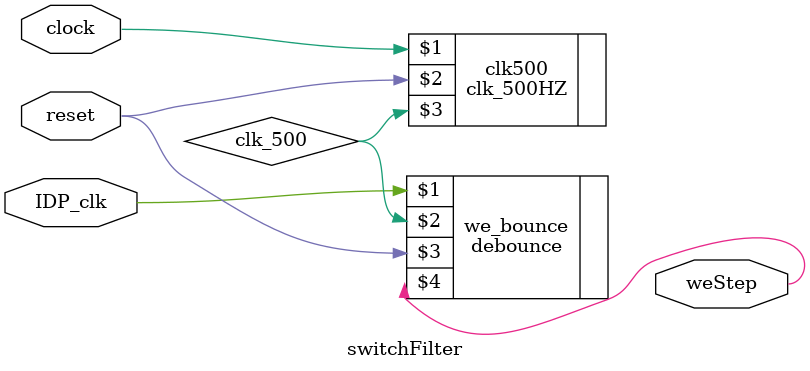
<source format=v>
`timescale 1ns / 1ps

/****************************************************************
 Author:    Poff, Samuel
 Email:     spoff42@gmail.com
 File Name: switchFilter.v
 Date:      01, Nov 2016
 Version:   1.0
 
 Notes: This module instantiates a switch filter.
 
 The inputs follow:
 	Clock      (clock) : Linked to Nexys3 onboard oscillator
 	Reset      (reset) : Linked to BTNU on board.
   IDP Step (IDP_clk) : Linked to BTND on board.
   
 The output follows:
 	Write Enable Clock (weStep) : Linked to clock input of IDP.
 	
 	This module's function is to combine the debounce module and
the clock divider module into one combined module. The clock
divider creates a stepped down 500Hz clock which is used in the 
debounce module to create a one shot pulse as the clock input
to integer data path.
****************************************************************/

module switchFilter(clock, reset, IDP_clk, weStep);

   input clock;   // System Clock
   input reset;   // System Reset
   input IDP_clk; // BTND on Board
   
   output weStep; // Clock Input to IDP
   
   wire clk_500;  // 500Hz Clock
   
    /*********************************
    Debounces the write enable button.
    *********************************/
    //                      step,   clock, reset, writeEnableClk
    debounce we_bounce ( IDP_clk, clk_500, reset,    weStep );
       
    /************************************
    Steps down the system clock to 500Hz.
    ************************************/
    //                 clock, reset, 500HzClock
    clk_500HZ clk500 ( clock, reset,  clk_500 );

endmodule

</source>
